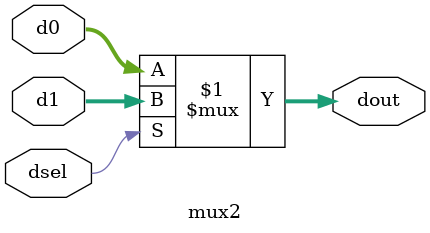
<source format=v>
module mux2 #(
    parameter DATA_WIDTH = 32
) (
    input dsel,
    input [DATA_WIDTH-1:0] d0, d1, 
    output [DATA_WIDTH-1:0] dout
);
    // 0 -> d0
    // 1 -> d1
    assign dout = (dsel) ? d1 : d0;

endmodule
</source>
